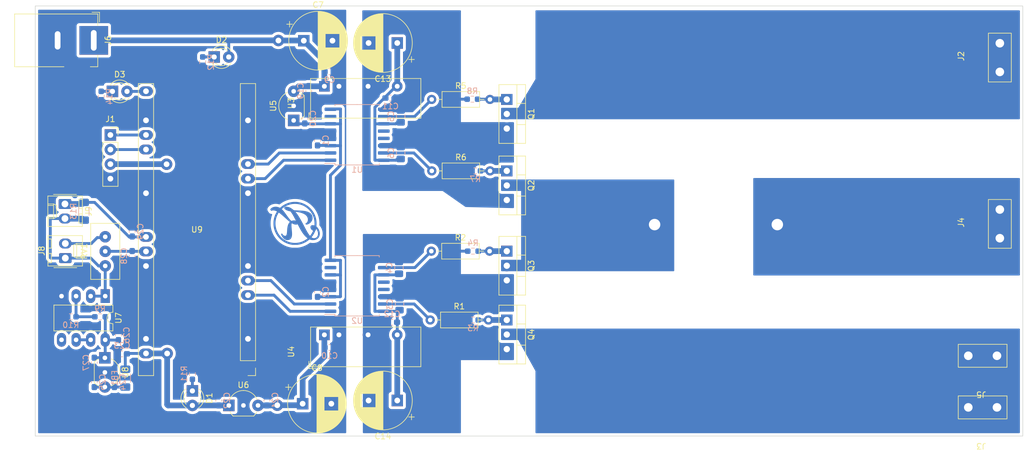
<source format=kicad_pcb>
(kicad_pcb (version 20211014) (generator pcbnew)
  (layers (0 "F.Cu" signal) (31 "B.Cu" signal) (34 "B.Paste" user) (35 "F.Paste" user) (36 "B.SilkS" user "B.Silkscreen") (37 "F.SilkS" user "F.Silkscreen") (38 "B.Mask" user) (39 "F.Mask" user) (44 "Edge.Cuts" user))
  (net 0 "")
  (net 1 "+3V3")
  (net 2 "GND")
  (net 9 "+12V")
  (net 10 "/ISO_12V_1")
  (net 11 "GND1")
  (net 12 "/ISO_12V_2")
  (net 13 "GND2")
  (net 14 "Net-(Q1-Pad1)")
  (net 15 "Net-(Q2-Pad1)")
  (net 16 "/Neutral")
  (net 17 "Net-(Q3-Pad1)")
  (net 18 "/Line")
  (net 19 "Net-(Q4-Pad1)")
  (net 20 "Net-(R1-Pad1)")
  (net 21 "Net-(R2-Pad1)")
  (net 22 "/SW-Node")
  (net 23 "Net-(R5-Pad1)")
  (net 24 "Net-(R6-Pad1)")
  (net 25 "/Out")
  (net 26 "+5V")
  (net 27 "/5V_Clean")
  (net 28 "/Voltage_Sense")
  (net 29 "/Current_Sense")
  (net 30 "Net-(D1-Pad1)")
  (net 31 "Net-(D2-Pad1)")
  (net 32 "Net-(D3-Pad1)")
  (net 33 "/1.65V_Buff")
  (net 34 "Net-(J8-Pad2)")
  (net 35 "/1.65V")
  (net 37 "Net-(U7-Pad6)")
  (net 38 "Net-(U9-Pad24)")
  (net 39 "/PWMA_1")
  (net 40 "/PWMB_1")
  (net 41 "/PWMA_2")
  (net 42 "/PWMB_2")
  (net 43 "Net-(U9-Pad25)")
  (net 44 "Net-(U9-Pad21)")
  (footprint "Package_TO_SOT_THT:TO-92_Inline_Wide" (layer "F.Cu") (at 98.73 128)
    (fp_text reference "U6")
    (fp_text value "L78L05_TO92")
  )
  (footprint "LED_THT:LED_D3.0mm" (layer "F.Cu") (at 92.37 125.465 -90)
    (fp_text reference "D1")
    (fp_text value "LED")
  )
  (footprint "TerminalBlock:Spade-Terminal" (layer "F.Cu") (at 233.17 96.34 90)
    (fp_text reference "J4")
    (fp_text value "Conn_01x01_Male")
  )
  (footprint "TerminalBlock:Spade-Terminal" (layer "F.Cu") (at 230.17 128.34 180)
    (fp_text reference "J3")
    (fp_text value "Conn_01x01_Male")
  )
  (footprint "Capacitor_THT:CP_Radial_D10.0mm_P5.00mm" (layer "F.Cu") (at 111.795 64.4)
    (fp_text reference "C7")
    (fp_text value "100u")
  )
  (footprint "Package_TO_SOT_THT:TO-220-3_Vertical" (layer "F.Cu") (at 147.195 113.1 -90)
    (fp_text reference "Q4")
    (fp_text value "Q_NMOS_GDS")
  )
  (footprint "Connector_Molex:Molex_KK-254_AE-6410-02A_1x02_P2.54mm_Vertical" (layer "F.Cu") (at 70.15 92.87 -90)
    (fp_text reference "J9")
    (fp_text value "Current_Sense")
  )
  (footprint "Resistor_THT:R_Axial_DIN0207_L6.3mm_D2.5mm_P10.16mm_Horizontal" (layer "F.Cu") (at 134.115 87.1)
    (fp_text reference "R6")
    (fp_text value "10R")
  )
  (footprint "PicoRF:Pico" (layer "F.Cu") (at 93.17 97.34 180)
    (fp_text reference "U9")
    (fp_text value "Pico")
  )
  (footprint "Package_TO_SOT_THT:TO-220-3_Vertical" (layer "F.Cu") (at 147.195 87.1 -90)
    (fp_text reference "Q2")
    (fp_text value "Q_NMOS_GDS")
  )
  (footprint "Resistor_THT:R_Axial_DIN0207_L6.3mm_D2.5mm_P10.16mm_Horizontal" (layer "F.Cu") (at 134.095 74.64)
    (fp_text reference "R5")
    (fp_text value "10R")
  )
  (footprint "Package_DIP:DIP-8_W7.62mm_LongPads" (layer "F.Cu") (at 77.17 108.94 -90)
    (fp_text reference "U7")
    (fp_text value "Opamp_Dual")
  )
  (footprint "TerminalBlock:Spade-Terminal" (layer "F.Cu") (at 230.17 119.34 180)
    (fp_text reference "J5")
    (fp_text value "Conn_01x01_Male")
  )
  (footprint "Capacitor_THT:CP_Radial_D10.0mm_P5.00mm" (layer "F.Cu") (at 128.095 64.8 180)
    (fp_text reference "C13")
    (fp_text value "100u")
  )
  (footprint "logo:logo" (layer "F.Cu") (at 109.977023 97.44)
    (fp_text reference "G***" hide)
    (fp_text value "LOGO" hide)
  )
  (footprint "Capacitor_THT:CP_Radial_D10.0mm_P5.00mm" (layer "F.Cu") (at 111.595 127.7)
    (fp_text reference "C8")
    (fp_text value "100u")
  )
  (footprint "Package_TO_SOT_THT:TO-220-3_Vertical" (layer "F.Cu") (at 147.195 74.64 -90)
    (fp_text reference "Q1")
    (fp_text value "Q_NMOS_GDS")
  )
  (footprint "TerminalBlock:Spade-Terminal" (layer "F.Cu") (at 233.17 67.34 90)
    (fp_text reference "J2")
    (fp_text value "Conn_01x01_Male")
  )
  (footprint "Package_TO_SOT_THT:TO-92_Inline_Wide" (layer "F.Cu") (at 110.03 78.305 90)
    (fp_text reference "U5")
    (fp_text value "L78L33_TO92")
  )
  (footprint "Resistor_THT:R_Axial_DIN0207_L6.3mm_D2.5mm_P10.16mm_Horizontal" (layer "F.Cu") (at 133.835 113.1)
    (fp_text reference "R1")
    (fp_text value "10R")
  )
  (footprint "Capacitor_THT:CP_Radial_D10.0mm_P5.00mm" (layer "F.Cu") (at 128.095 127.14 180)
    (fp_text reference "C14")
    (fp_text value "100u")
  )
  (footprint "Package_TO_SOT_THT:TO-220-3_Vertical" (layer "F.Cu") (at 147.195 101.1 -90)
    (fp_text reference "Q3")
    (fp_text value "Q_NMOS_GDS")
  )
  (footprint "Connector_PinSocket_2.54mm:PinSocket_1x04_P2.54mm_Vertical" (layer "F.Cu") (at 78.07 80.84)
    (fp_text reference "J1")
    (fp_text value "Conn_01x04_Male")
  )
  (footprint "Potentiometer_THT:Potentiometer_Bourns_3296W_Vertical" (layer "F.Cu") (at 77.17 98.59 90)
    (fp_text reference "RV1")
    (fp_text value "10k")
  )
  (footprint "Converter_DCDC:IHL-Series" (layer "F.Cu") (at 122.095 118.14 90)
    (fp_text reference "U4")
    (fp_text value "IHL0212S15")
  )
  (footprint "Connector_BarrelJack:BarrelJack_GCT_DCJ200-10-A_Horizontal" (layer "F.Cu") (at 75.17 64.34 -90)
    (fp_text reference "J6")
    (fp_text value "Jack-DC")
  )
  (footprint "LED_THT:LED_D3.0mm" (layer "F.Cu") (at 96.17 67.24)
    (fp_text reference "D2")
    (fp_text value "LED")
  )
  (footprint "Package_TO_SOT_THT:TO-92_Inline_Wide" (layer "F.Cu") (at 77.11 119.7 -90)
    (fp_text reference "U8")
    (fp_text value "L78L33_TO92")
  )
  (footprint "Resistor_THT:R_Axial_DIN0207_L6.3mm_D2.5mm_P10.16mm_Horizontal" (layer "F.Cu") (at 134.035 101.1)
    (fp_text reference "R2")
    (fp_text value "10R")
  )
  (footprint "Connector_Molex:Molex_KK-254_AE-6410-02A_1x02_P2.54mm_Vertical" (layer "F.Cu") (at 70.21 102.31 90)
    (fp_text reference "J8")
    (fp_text value "Voltage_Sense")
  )
  (footprint "LED_THT:LED_D3.0mm" (layer "F.Cu") (at 78.43 73.24)
    (fp_text reference "D3")
    (fp_text value "LED")
  )
  (footprint "Converter_DCDC:IHL-Series" (layer "F.Cu") (at 122.095 74.8 90)
    (fp_text reference "U3")
    (fp_text value "IHL0212S15")
  )
  (footprint "Capacitor_SMD:C_0603_1608Metric_Pad1.08x0.95mm_HandSolder" (layer "B.Cu") (at 81.87 101.94 -90)
    (fp_text reference "C28")
    (fp_text value "100p")
  )
  (footprint "Capacitor_SMD:C_0603_1608Metric_Pad1.08x0.95mm_HandSolder" (layer "B.Cu") (at 114.195 81.8 90)
    (fp_text reference "C1")
    (fp_text value "C")
  )
  (footprint "Capacitor_SMD:C_0603_1608Metric_Pad1.08x0.95mm_HandSolder" (layer "B.Cu") (at 111.97 77.965 90)
    (fp_text reference "C20")
    (fp_text value "1u")
  )
  (footprint "Package_SO:SOIC-16W_7.5x10.3mm_P1.27mm" (layer "B.Cu") (at 121.095 80.8)
    (fp_text reference "U1")
    (fp_text value "UCC21520ADW")
  )
  (footprint "Package_SO:SOIC-16W_7.5x10.3mm_P1.27mm" (layer "B.Cu") (at 121.095 107.14)
    (fp_text reference "U2")
    (fp_text value "UCC21520ADW")
  )
  (footprint "Capacitor_SMD:C_0603_1608Metric_Pad1.08x0.95mm_HandSolder" (layer "B.Cu") (at 105.37 127.14 90)
    (fp_text reference "C21")
    (fp_text value "1u")
  )
  (footprint "Capacitor_SMD:C_0603_1608Metric_Pad1.08x0.95mm_HandSolder" (layer "B.Cu") (at 116.295 117.9)
    (fp_text reference "C10")
    (fp_text value "C")
  )
  (footprint "Resistor_SMD:R_1206_3216Metric_Pad1.30x1.75mm_HandSolder" (layer "B.Cu") (at 73.45 94.14 -90)
    (fp_text reference "R13")
    (fp_text value "R")
  )
  (footprint "Capacitor_SMD:C_0603_1608Metric_Pad1.08x0.95mm_HandSolder" (layer "B.Cu") (at 116.295 69.8)
    (fp_text reference "C9")
    (fp_text value "C")
  )
  (footprint "Capacitor_SMD:C_0805_2012Metric_Pad1.18x1.45mm_HandSolder" (layer "B.Cu") (at 128.695 77.59 -90)
    (fp_text reference "C5")
    (fp_text value "C")
  )
  (footprint "Capacitor_SMD:C_0603_1608Metric_Pad1.08x0.95mm_HandSolder" (layer "B.Cu") (at 78.77 123.94 90)
    (fp_text reference "C24")
    (fp_text value "1u")
  )
  (footprint "Capacitor_SMD:C_0603_1608Metric_Pad1.08x0.95mm_HandSolder" (layer "B.Cu") (at 79.47 115.74 90)
    (fp_text reference "C26")
    (fp_text value "C")
  )
  (footprint "Capacitor_SMD:C_0603_1608Metric_Pad1.08x0.95mm_HandSolder" (layer "B.Cu") (at 75.27 120.54 -90)
    (fp_text reference "C27")
    (fp_text value "1u")
  )
  (footprint "Resistor_SMD:R_0603_1608Metric_Pad0.98x0.95mm_HandSolder" (layer "B.Cu") (at 141.195 74.6 180)
    (fp_text reference "R8")
    (fp_text value "10k")
  )
  (footprint "Resistor_SMD:R_0603_1608Metric_Pad0.98x0.95mm_HandSolder" (layer "B.Cu") (at 94.17 68.14 90)
    (fp_text reference "R12")
    (fp_text value "R")
  )
  (footprint "Capacitor_SMD:C_0603_1608Metric_Pad1.08x0.95mm_HandSolder" (layer "B.Cu") (at 80.1 119 180)
    (fp_text reference "C23")
    (fp_text value "100n")
  )
  (footprint "Capacitor_SMD:C_0603_1608Metric_Pad1.08x0.95mm_HandSolder" (layer "B.Cu") (at 112.67 73.165 -90)
    (fp_text reference "C19")
    (fp_text value "100n")
  )
  (footprint "Resistor_SMD:R_0603_1608Metric_Pad0.98x0.95mm_HandSolder" (layer "B.Cu") (at 71.17 112.54)
    (fp_text reference "R10")
    (fp_text value "10k")
  )
  (footprint "Capacitor_SMD:C_0603_1608Metric_Pad1.08x0.95mm_HandSolder" (layer "B.Cu") (at 96.97 127.14 90)
    (fp_text reference "C22")
    (fp_text value "1u")
  )
  (footprint "Resistor_SMD:R_0603_1608Metric_Pad0.98x0.95mm_HandSolder" (layer "B.Cu") (at 141.295 101.1 180)
    (fp_text reference "R4")
    (fp_text value "10k")
  )
  (footprint "Capacitor_SMD:C_0805_2012Metric_Pad1.18x1.45mm_HandSolder" (layer "B.Cu") (at 128.695 83.98 -90)
    (fp_text reference "C6")
    (fp_text value "C")
  )
  (footprint "Resistor_SMD:R_0603_1608Metric_Pad0.98x0.95mm_HandSolder" (layer "B.Cu") (at 141.295 113.1)
    (fp_text reference "R3")
    (fp_text value "10k")
  )
  (footprint "Resistor_SMD:R_0603_1608Metric_Pad0.98x0.95mm_HandSolder" (layer "B.Cu") (at 76.27 112.54 180)
    (fp_text reference "R9")
    (fp_text value "10k")
  )
  (footprint "Resistor_SMD:R_0603_1608Metric_Pad0.98x0.95mm_HandSolder" (layer "B.Cu") (at 141.695 87.1)
    (fp_text reference "R7")
    (fp_text value "10k")
  )
  (footprint "Resistor_SMD:R_0603_1608Metric_Pad0.98x0.95mm_HandSolder" (layer "B.Cu") (at 76.47 74.14 90)
    (fp_text reference "R14")
    (fp_text value "R")
  )
  (footprint "Resistor_SMD:R_1206_3216Metric_Pad1.30x1.75mm_HandSolder" (layer "B.Cu") (at 80.67 123.24 -90)
    (fp_text reference "FB1")
    (fp_text value "FerriteBead")
  )
  (footprint "Capacitor_SMD:C_0805_2012Metric_Pad1.18x1.45mm_HandSolder" (layer "B.Cu") (at 128.395 104 -90)
    (fp_text reference "C4")
    (fp_text value "C")
  )
  (footprint "Capacitor_SMD:C_0603_1608Metric_Pad1.08x0.95mm_HandSolder" (layer "B.Cu") (at 114.195 108.2 90)
    (fp_text reference "C2")
    (fp_text value "C")
  )
  (footprint "Capacitor_SMD:C_0603_1608Metric_Pad1.08x0.95mm_HandSolder" (layer "B.Cu") (at 81.87 97.6775 90)
    (fp_text reference "C29")
    (fp_text value "100p")
  )
  (footprint "Capacitor_SMD:C_0603_1608Metric_Pad1.08x0.95mm_HandSolder" (layer "B.Cu") (at 75.27 123.94 90)
    (fp_text reference "C25")
    (fp_text value "100n")
  )
  (footprint "Capacitor_SMD:C_0603_1608Metric_Pad1.08x0.95mm_HandSolder" (layer "B.Cu") (at 126.895 74.4)
    (fp_text reference "C11")
    (fp_text value "C")
  )
  (footprint "Capacitor_SMD:C_0603_1608Metric_Pad1.08x0.95mm_HandSolder" (layer "B.Cu") (at 127.195 113.5 180)
    (fp_text reference "C12")
    (fp_text value "C")
  )
  (footprint "Capacitor_SMD:C_0805_2012Metric_Pad1.18x1.45mm_HandSolder" (layer "B.Cu") (at 128.495 110.3375 -90)
    (fp_text reference "C3")
    (fp_text value "C")
  )
  (footprint "Resistor_SMD:R_0603_1608Metric_Pad0.98x0.95mm_HandSolder" (layer "B.Cu") (at 92.37 122.5275 -90)
    (fp_text reference "R11")
    (fp_text value "R")
  )
  (gr_rect (start 64.97 58.34) (end 237.17 133.34) (layer "Edge.Cuts") (width 0.1) (fill none))
  (segment (start 118.13 105.235) (end 116.445 105.235) (width 0.5) (layer "B.Cu") (net 1))
  (segment (start 118.195 102.7) (end 118.195 105.3) (width 0.5) (layer "B.Cu") (net 1))
  (segment (start 114.195 109.0625) (end 116.4275 109.0625) (width 0.5) (layer "B.Cu") (net 1))
  (segment (start 117.048528 78.895) (end 117.053528 78.9) (width 0.5) (layer "B.Cu") (net 1))
  (segment (start 118.195 76.3) (end 116.5 76.3) (width 0.5) (layer "B.Cu") (net 1))
  (segment (start 118.195 78.9) (end 118.195 76.3) (width 0.5) (layer "B.Cu") (net 1))
  (segment (start 118.195 105.3) (end 118.13 105.235) (width 0.5) (layer "B.Cu") (net 1))
  (segment (start 116.445 87.865) (end 118.195 86.115) (width 0.5) (layer "B.Cu") (net 1))
  (segment (start 118.195 86.115) (end 118.195 82.7) (width 0.5) (layer "B.Cu") (net 1))
  (segment (start 118.195 82.7) (end 118.19 82.705) (width 0.5) (layer "B.Cu") (net 1))
  (segment (start 116.445 102.695) (end 116.445 87.865) (width 0.5) (layer "B.Cu") (net 1))
  (segment (start 77.2125 116.6025) (end 77.17 116.56) (width 0.5) (layer "B.Cu") (net 1))
  (segment (start 118.195 78.9) (end 118.195 82.7) (width 0.5) (layer "B.Cu") (net 1))
  (segment (start 116.445 78.895) (end 110.62 78.895) (width 0.5) (layer "B.Cu") (net 1))
  (segment (start 114.195 82.6625) (end 116.4025 82.6625) (width 0.5) (layer "B.Cu") (net 1))
  (segment (start 118.195 105.3) (end 118.195 109) (width 0.5) (layer "B.Cu") (net 1))
  (segment (start 118.195 109) (end 118.15 109.045) (width 0.5) (layer "B.Cu") (net 1))
  (segment (start 79.47 116.6025) (end 77.2125 116.6025) (width 0.5) (layer "B.Cu") (net 1))
  (segment (start 116.4025 82.6625) (end 116.445 82.705) (width 0.5) (layer "B.Cu") (net 1))
  (segment (start 77.17 116.56) (end 77.17 119.64) (width 0.5) (layer "B.Cu") (net 1))
  (segment (start 118.19 82.705) (end 116.445 82.705) (width 0.5) (layer "B.Cu") (net 1))
  (segment (start 116.5 76.3) (end 116.445 76.355) (width 0.5) (layer "B.Cu") (net 1))
  (segment (start 116.4275 109.0625) (end 116.445 109.045) (width 0.5) (layer "B.Cu") (net 1))
  (segment (start 77.1825 112.54) (end 77.1825 116.5475) (width 0.5) (layer "B.Cu") (net 1))
  (segment (start 116.445 78.895) (end 117.048528 78.895) (width 0.5) (layer "B.Cu") (net 1))
  (segment (start 77.0875 119.6775) (end 77.11 119.7) (width 0.5) (layer "B.Cu") (net 1))
  (segment (start 77.1825 116.5475) (end 77.17 116.56) (width 0.5) (layer "B.Cu") (net 1))
  (segment (start 75.27 119.6775) (end 77.0875 119.6775) (width 0.5) (layer "B.Cu") (net 1))
  (segment (start 116.445 102.695) (end 118.19 102.695) (width 0.5) (layer "B.Cu") (net 1))
  (segment (start 77.17 119.64) (end 77.11 119.7) (width 0.5) (layer "B.Cu") (net 1))
  (segment (start 118.19 102.695) (end 118.195 102.7) (width 0.5) (layer "B.Cu") (net 1))
  (segment (start 117.053528 78.9) (end 118.195 78.9) (width 0.5) (layer "B.Cu") (net 1))
  (segment (start 110.62 78.895) (end 110.03 78.305) (width 0.5) (layer "B.Cu") (net 1))
  (segment (start 118.15 109.045) (end 116.445 109.045) (width 0.5) (layer "B.Cu") (net 1))
  (segment (start 116.445 80.165) (end 116.445 81.435) (width 0.5) (layer "B.Cu") (net 2))
  (via (at 107.17 127.965) (size 2) (drill 1) (layers "F.Cu" "B.Cu") (net 9))
  (via (at 107.37 64.365) (size 2) (drill 1) (layers "F.Cu" "B.Cu") (net 9))
  (segment (start 107.135 128) (end 107.17 127.965) (width 1) (layer "B.Cu") (net 9))
  (segment (start 107.17 127.965) (end 111.33 127.965) (width 1) (layer "B.Cu") (net 9))
  (segment (start 107.345 64.34) (end 98.67 64.34) (width 1) (layer "B.Cu") (net 9))
  (segment (start 98.71 64.38) (end 98.67 64.34) (width 0.5) (layer "B.Cu") (net 9))
  (segment (start 107.295 64.44) (end 107.37 64.365) (width 1) (layer "B.Cu") (net 9))
  (segment (start 107.37 64.365) (end 111.76 64.365) (width 1) (layer "B.Cu") (net 9))
  (segment (start 115.385 119.51) (end 115.385 115.69) (width 1) (layer "B.Cu") (net 9))
  (segment (start 110.905 72.35) (end 110.03 73.225) (width 1) (layer "B.Cu") (net 9))
  (segment (start 115.385 72.35) (end 110.905 72.35) (width 1) (layer "B.Cu") (net 9))
  (segment (start 115.385 67.99) (end 111.795 64.4) (width 1) (layer "B.Cu") (net 9))
  (segment (start 107.37 64.365) (end 107.345 64.34) (width 1) (layer "B.Cu") (net 9))
  (segment (start 111.595 123.3) (end 115.385 119.51) (width 1) (layer "B.Cu") (net 9))
  (segment (start 111.76 64.365) (end 111.795 64.4) (width 1) (layer "B.Cu") (net 9))
  (segment (start 111.33 127.965) (end 111.595 127.7) (width 1) (layer "B.Cu") (net 9))
  (segment (start 115.385 72.35) (end 115.385 67.99) (width 1) (layer "B.Cu") (net 9))
  (segment (start 98.67 64.34) (end 75.17 64.34) (width 1) (layer "B.Cu") (net 9))
  (segment (start 103.81 128) (end 107.135 128) (width 1) (layer "B.Cu") (net 9))
  (segment (start 98.71 67.24) (end 98.71 64.38) (width 0.5) (layer "B.Cu") (net 9))
  (segment (start 111.595 127.7) (end 111.595 123.3) (width 1) (layer "B.Cu") (net 9))
  (segment (start 125.745 78.895) (end 127.8275 78.895) (width 0.5) (layer "B.Cu") (net 10))
  (segment (start 128.095 72.34) (end 128.085 72.35) (width 1) (layer "B.Cu") (net 10))
  (segment (start 127.8675 85.245) (end 128.095 85.0175) (width 0.5) (layer "B.Cu") (net 10))
  (segment (start 125.745 78.895) (end 124.195 78.895) (width 0.5) (layer "B.Cu") (net 10))
  (segment (start 124.195 78.895) (end 124.195 76.031472) (width 0.5) (layer "B.Cu") (net 10))
  (segment (start 124.24 85.245) (end 125.745 85.245) (width 0.5) (layer "B.Cu") (net 10))
  (segment (start 128.095 64.8) (end 128.095 72.34) (width 1) (layer "B.Cu") (net 10))
  (segment (start 124.195 85.2) (end 124.24 85.245) (width 0.5) (layer "B.Cu") (net 10))
  (segment (start 124.195 76.031472) (end 127.876472 72.35) (width 0.5) (layer "B.Cu") (net 10))
  (segment (start 127.876472 72.35) (end 128.085 72.35) (width 0.5) (layer "B.Cu") (net 10))
  (segment (start 124.195 78.895) (end 124.195 85.2) (width 0.5) (layer "B.Cu") (net 10))
  (segment (start 125.745 85.245) (end 127.8675 85.245) (width 0.5) (layer "B.Cu") (net 10))
  (segment (start 127.8275 78.895) (end 128.095 78.6275) (width 0.5) (layer "B.Cu") (net 10))
  (segment (start 138.795 74.6) (end 138.595 74.4) (width 0.5) (layer "B.Cu") (net 11))
  (segment (start 140.2825 74.6) (end 138.795 74.6) (width 0.5) (layer "B.Cu") (net 11))
  (segment (start 123.095 72.26) (end 123.005 72.35) (width 1) (layer "B.Cu") (net 11))
  (segment (start 125.745 111.585) (end 128.04 111.585) (width 0.5) (layer "B.Cu") (net 12))
  (segment (start 128.1975 105.235) (end 128.395 105.0375) (width 0.5) (layer "B.Cu") (net 12))
  (segment (start 128.095 127.14) (end 128.095 115.7) (width 1) (layer "B.Cu") (net 12))
  (segment (start 128.095 111.64) (end 128.095 115.68) (width 0.5) (layer "B.Cu") (net 12))
  (segment (start 125.745 105.235) (end 128.1975 105.235) (width 0.5) (layer "B.Cu") (net 12))
  (segment (start 125.745 111.585) (end 124.195 111.585) (width 0.5) (layer "B.Cu") (net 12))
  (segment (start 124.195 111.585) (end 124.195 105.235) (width 0.5) (layer "B.Cu") (net 12))
  (segment (start 128.095 115.7) (end 128.085 115.69) (width 1) (layer "B.Cu") (net 12))
  (segment (start 128.095 115.68) (end 128.085 115.69) (width 0.5) (layer "B.Cu") (net 12))
  (segment (start 124.195 105.235) (end 125.745 105.235) (width 0.5) (layer "B.Cu") (net 12))
  (segment (start 128.04 111.585) (end 128.095 111.64) (width 0.5) (layer "B.Cu") (net 12))
  (segment (start 125.69 102.64) (end 125.745 102.695) (width 0.5) (layer "B.Cu") (net 13))
  (segment (start 123.005 115.69) (end 123.055 115.64) (width 0.5) (layer "B.Cu") (net 13))
  (segment (start 123.095 115.78) (end 123.005 115.69) (width 1) (layer "B.Cu") (net 13))
  (segment (start 140.3825 101.1) (end 138.795 101.1) (width 0.5) (layer "B.Cu") (net 13))
  (segment (start 144.215 74.6) (end 144.255 74.64) (width 0.5) (layer "B.Cu") (net 14))
  (segment (start 144.255 74.64) (end 147.195 74.64) (width 1) (layer "B.Cu") (net 14))
  (segment (start 142.1075 74.6) (end 144.215 74.6) (width 0.5) (layer "B.Cu") (net 14))
  (segment (start 142.895 87.1) (end 144.275 87.1) (width 0.5) (layer "B.Cu") (net 15))
  (segment (start 144.275 87.1) (end 147.195 87.1) (width 1) (layer "B.Cu") (net 15))
  (segment (start 144.195 101.1) (end 147.195 101.1) (width 1) (layer "B.Cu") (net 17))
  (segment (start 142.2075 101.1) (end 144.195 101.1) (width 0.5) (layer "B.Cu") (net 17))
  (segment (start 143.995 113.1) (end 147.195 113.1) (width 1) (layer "B.Cu") (net 19))
  (segment (start 142.2075 113.1) (end 143.995 113.1) (width 0.5) (layer "B.Cu") (net 19))
  (segment (start 144.0075 113.0875) (end 143.995 113.1) (width 0.5) (layer "B.Cu") (net 19))
  (segment (start 131.05 110.315) (end 133.835 113.1) (width 0.5) (layer "B.Cu") (net 20))
  (segment (start 125.745 110.315) (end 131.05 110.315) (width 0.5) (layer "B.Cu") (net 20))
  (segment (start 131.17 103.965) (end 134.035 101.1) (width 0.5) (layer "B.Cu") (net 21))
  (segment (start 125.745 103.965) (end 131.17 103.965) (width 0.5) (layer "B.Cu") (net 21))
  (via (at 172.97 96.465) (size 4) (drill 2) (layers "F.Cu" "B.Cu") (net 22))
  (segment (start 131.11 77.625) (end 134.095 74.64) (width 0.5) (layer "B.Cu") (net 23))
  (segment (start 125.745 77.625) (end 131.11 77.625) (width 0.5) (layer "B.Cu") (net 23))
  (segment (start 130.99 83.975) (end 134.115 87.1) (width 0.5) (layer "B.Cu") (net 24))
  (segment (start 125.745 83.975) (end 130.99 83.975) (width 0.5) (layer "B.Cu") (net 24))
  (via (at 194.37 96.465) (size 4) (drill 2) (layers "F.Cu" "B.Cu") (net 25))
  (via (at 87.87 85.94) (size 2) (drill 1) (layers "F.Cu" "B.Cu") (net 26))
  (via (at 87.97 118.94) (size 2) (drill 1) (layers "F.Cu" "B.Cu") (net 26))
  (segment (start 87.85 85.92) (end 78.07 85.92) (width 1) (layer "B.Cu") (net 26))
  (segment (start 80.67 118.93) (end 84.28 118.93) (width 0.5) (layer "B.Cu") (net 26))
  (segment (start 87.97 119.14) (end 87.76 118.93) (width 1) (layer "B.Cu") (net 26))
  (segment (start 88.13 128) (end 87.97 127.84) (width 1) (layer "B.Cu") (net 26))
  (segment (start 87.87 85.94) (end 87.85 85.92) (width 1) (layer "B.Cu") (net 26))
  (segment (start 87.76 118.93) (end 84.28 118.93) (width 1) (layer "B.Cu") (net 26))
  (segment (start 98.73 128) (end 88.13 128) (width 1) (layer "B.Cu") (net 26))
  (segment (start 87.97 127.84) (end 87.97 119.14) (width 1) (layer "B.Cu") (net 26))
  (segment (start 80.67 121.69) (end 80.67 118.93) (width 0.5) (layer "B.Cu") (net 26))
  (segment (start 77.12 124.79) (end 77.11 124.78) (width 0.5) (layer "B.Cu") (net 27))
  (segment (start 75.17 124.8025) (end 77.0875 124.8025) (width 0.5) (layer "B.Cu") (net 27))
  (segment (start 77.0875 124.8025) (end 77.11 124.78) (width 0.5) (layer "B.Cu") (net 27))
  (segment (start 80.67 124.79) (end 77.12 124.79) (width 0.5) (layer "B.Cu") (net 27))
  (segment (start 84.26 101.13) (end 84.28 101.15) (width 0.5) (layer "B.Cu") (net 28))
  (segment (start 77.17 101.13) (end 84.26 101.13) (width 0.5) (layer "B.Cu") (net 28))
  (segment (start 84.28 98.61) (end 81.34 98.61) (width 0.5) (layer "B.Cu") (net 29))
  (segment (start 81.34 98.61) (end 75.32 92.59) (width 0.5) (layer "B.Cu") (net 29))
  (segment (start 75.32 92.59) (end 73.45 92.59) (width 0.5) (layer "B.Cu") (net 29))
  (segment (start 70.15 92.87) (end 73.17 92.87) (width 1) (layer "B.Cu") (net 29))
  (segment (start 92.37 123.44) (end 92.37 125.465) (width 0.5) (layer "B.Cu") (net 30))
  (segment (start 96.1575 67.2275) (end 96.17 67.24) (width 0.5) (layer "B.Cu") (net 31))
  (segment (start 94.17 67.2275) (end 96.1575 67.2275) (width 0.5) (layer "B.Cu") (net 31))
  (segment (start 76.47 73.2275) (end 78.4175 73.2275) (width 0.5) (layer "B.Cu") (net 32))
  (segment (start 78.4175 73.2275) (end 78.43 73.24) (width 0.5) (layer "B.Cu") (net 32))
  (segment (start 77.17 103.67) (end 77.17 108.94) (width 0.5) (layer "B.Cu") (net 33))
  (segment (start 74.64 102.31) (end 70.21 102.31) (width 0.5) (layer "B.Cu") (net 33))
  (segment (start 70.21 102.31) (end 67.66 102.31) (width 0.5) (layer "B.Cu") (net 33))
  (segment (start 67.59 95.41) (end 70.15 95.41) (width 0.5) (layer "B.Cu") (net 33))
  (segment (start 67.59 102.24) (end 67.59 95.41) (width 0.5) (layer "B.Cu") (net 33))
  (segment (start 74.63 108.94) (end 77.17 108.94) (width 0.5) (layer "B.Cu") (net 33))
  (segment (start 74.64 102.31) (end 76 103.67) (width 0.5) (layer "B.Cu") (net 33))
  (segment (start 73.2 95.44) (end 70.18 95.44) (width 1) (layer "B.Cu") (net 33))
  (segment (start 76 103.67) (end 77.17 103.67) (width 0.5) (layer "B.Cu") (net 33))
  (segment (start 77.02 98.74) (end 75.77 98.74) (width 0.5) (layer "B.Cu") (net 34))
  (segment (start 74.74 99.77) (end 70.21 99.77) (width 0.5) (layer "B.Cu") (net 34))
  (segment (start 77.17 98.59) (end 77.02 98.74) (width 0.5) (layer "B.Cu") (net 34))
  (segment (start 75.77 98.74) (end 74.74 99.77) (width 0.5) (layer "B.Cu") (net 34))
  (segment (start 75.3575 112.54) (end 72.0825 112.54) (width 0.5) (layer "B.Cu") (net 35))
  (segment (start 72.0825 108.9475) (end 72.09 108.94) (width 0.5) (layer "B.Cu") (net 35))
  (segment (start 72.0825 112.54) (end 72.0825 108.9475) (width 0.5) (layer "B.Cu") (net 35))
  (segment (start 72.09 116.56) (end 74.63 116.56) (width 0.5) (layer "B.Cu") (net 37))
  (segment (start 78.07 80.84) (end 84.27 80.84) (width 0.5) (layer "B.Cu") (net 38))
  (segment (start 84.27 80.84) (end 84.28 80.83) (width 0.5) (layer "B.Cu") (net 38))
  (segment (start 106.06 106.23) (end 110.145 110.315) (width 0.5) (layer "B.Cu") (net 39))
  (segment (start 110.145 110.315) (end 116.445 110.315) (width 0.5) (layer "B.Cu") (net 39))
  (segment (start 102.06 106.23) (end 106.06 106.23) (width 0.5) (layer "B.Cu") (net 39))
  (segment (start 109.415 111.585) (end 106.6 108.77) (width 0.5) (layer "B.Cu") (net 40))
  (segment (start 116.445 111.585) (end 109.415 111.585) (width 0.5) (layer "B.Cu") (net 40))
  (segment (start 106.6 108.77) (end 102.06 108.77) (width 0.5) (layer "B.Cu") (net 40))
  (segment (start 105.6 85.91) (end 102.06 85.91) (width 0.5) (layer "B.Cu") (net 41))
  (segment (start 116.445 83.975) (end 107.535 83.975) (width 0.5) (layer "B.Cu") (net 41))
  (segment (start 102.06 85.91) (end 101.17 85.91) (width 0.5) (layer "B.Cu") (net 41))
  (segment (start 107.535 83.975) (end 105.6 85.91) (width 0.5) (layer "B.Cu") (net 41))
  (segment (start 108.265 85.245) (end 116.445 85.245) (width 0.5) (layer "B.Cu") (net 42))
  (segment (start 102.06 88.45) (end 105.06 88.45) (width 0.5) (layer "B.Cu") (net 42))
  (segment (start 105.06 88.45) (end 108.265 85.245) (width 0.5) (layer "B.Cu") (net 42))
  (segment (start 84.27 83.38) (end 84.28 83.37) (width 0.5) (layer "B.Cu") (net 43))
  (segment (start 78.07 83.38) (end 84.27 83.38) (width 0.5) (layer "B.Cu") (net 43))
  (segment (start 80.97 73.24) (end 84.25 73.24) (width 0.5) (layer "B.Cu") (net 44))
  (segment (start 84.25 73.24) (end 84.28 73.21) (width 0.5) (layer "B.Cu") (net 44))
  (zone (net 2) (net_name "GND") (layer "B.Cu") (connect_pads yes (clearance 0.5)) (min_thickness 0.25) (fill yes (thermal_gap 0.508) (thermal_bridge_width 0.508))
    (polygon (pts (xy 119.195 133.1) (xy 65.045 133.1) (xy 65.045 59) (xy 119.195 59)))
  )
  (zone (net 22) (net_name "/SW-Node") (layer "B.Cu") (name "SW") (priority 1) (connect_pads yes (clearance 0.5)) (min_thickness 0.25) (fill yes (thermal_gap 0.508) (thermal_bridge_width 0.508))
    (polygon (pts (xy 176.395 104.6) (xy 146.195 104.6) (xy 146.195 102.6) (xy 149.695 102.6) (xy 149.695 90.6) (xy 146.195 90.6) (xy 146.195 88.6) (xy 176.395 88.6)))
  )
  (zone (net 25) (net_name "/Out") (layer "B.Cu") (connect_pads yes (clearance 0.5)) (min_thickness 0.25) (fill yes (thermal_gap 0.508) (thermal_bridge_width 0.508))
    (polygon (pts (xy 237.17 105.34) (xy 190.17 105.34) (xy 190.17 88.34) (xy 237.17 88.34)))
  )
  (zone (net 18) (net_name "/Line") (layer "B.Cu") (connect_pads yes (clearance 0.5)) (min_thickness 0.25) (fill yes (thermal_gap 0.508) (thermal_bridge_width 0.508))
    (polygon (pts (xy 237.395 78.1) (xy 146.195 78.1) (xy 146.195 76.1) (xy 149.195 76.1) (xy 152.195 71.1) (xy 152.195 59.1) (xy 237.395 59.1)))
  )
  (zone (net 13) (net_name "GND2") (layer "B.Cu") (connect_pads yes (clearance 0.5)) (min_thickness 0.25) (fill yes (thermal_gap 0.508) (thermal_bridge_width 0.508))
    (polygon (pts (xy 139.195 105.1) (xy 148.445 105.1) (xy 148.445 120.1) (xy 139.195 120.1) (xy 139.195 133.1) (xy 122.095 133.1) (xy 122.095 98.1) (xy 139.195 98.1)))
  )
  (zone (net 16) (net_name "/Neutral") (layer "B.Cu") (priority 1) (connect_pads yes (clearance 0.5)) (min_thickness 0.25) (fill yes (thermal_gap 0.508) (thermal_bridge_width 0.508))
    (polygon (pts (xy 236.995 133.1) (xy 152.195 133.1) (xy 152.195 122) (xy 149.195 116.6) (xy 146.195 116.6) (xy 146.195 114.6) (xy 236.995 114.6)))
  )
  (zone (net 11) (net_name "GND1") (layer "B.Cu") (connect_pads yes (clearance 0.5)) (min_thickness 0.25) (fill yes (thermal_gap 0.508) (thermal_bridge_width 0.508))
    (polygon (pts (xy 139.195 78.6) (xy 148.445 78.6) (xy 148.445 93.6) (xy 140 93.4) (xy 136 90.6) (xy 121.995 90.6) (xy 121.995 59.1) (xy 139.195 59.1)))
  )
)
</source>
